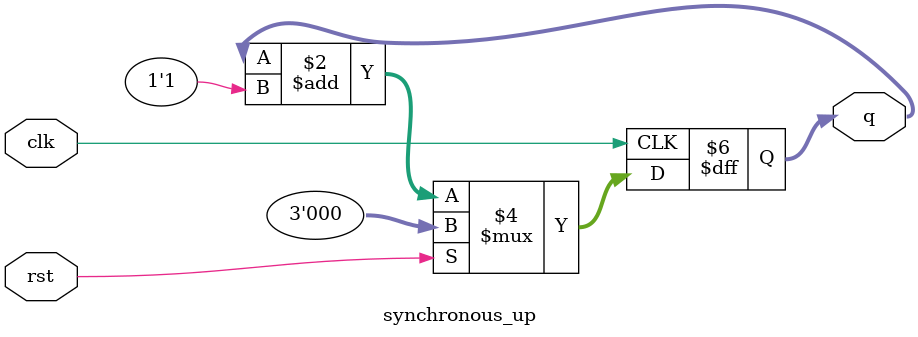
<source format=v>
module synchronous_up (
    input wire clk,        // clock input
    input wire rst,        // synchronous reset
    output reg [2:0] q     // 3-bit counter output
);

always @(posedge clk) begin
    if (rst)
        q <= 3'b000;       // reset counter to 0
    else
        q <= q + 1'b1;     // increment counter
end

endmodule
</source>
